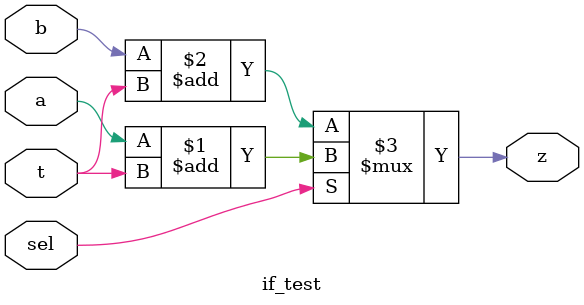
<source format=v>
module if_test (a, b, t, sel, z);

	input a, b, t, sel;
	output z;
	
	assign z = sel ? a+t : b+t;
	
//	always @(*) begin
//		if(sel) begin
//			z = a+t;
//		end
//		else begin
//			z = b+t;
//		end
//	end

//    input a, b, c, d;
//    input [3:0] sel;
//    output reg out;

//    always @(a or b or c or d or e or sel) begin
//        z = e;
//        if(sel[0]) z = a;
//        if(sel[1]) z = b;
//        if(sel[2]) z = c;
//        if(sel[3]) z = d;
//    end
	 
//	 always @(sel or a or b or c or d) begin
//		case(sel)
//			2'b00: out = a;
//			2'b01: out = b;
//			2'b10: out = c;
//			default: out = d;
//		endcase
//	 end
	 
//	 assign out = (sel==2'b00) ? a : (sel==2'b01) ? b : (sel==2'b10) ? c : d;
	 
//	 always @(sel or a or b or c or d) begin
//		if(sel == 2'b00) out = a;
//		else if(sel == 2'b01) out = b;
//		else if(sel == 2'b10) out = c;
//		else out = d;
//	 end
	
//    always @(a or b or c or d or e or sel) begin
//        z = e;
//        if(sel[0]) z = a;
//        else if(sel[1]) z = b;
//        else if(sel[2]) z = c;
//        else if(sel[3]) z = d;
//    end
//


//	input [0:159] image;
//	output [7:0] image_wire;
//	reg [7:0] image_copy [0:3][0:4];
//	
//	genvar i, j;
//	generate
//		for(i=0; i<4; i=i+1) begin: loop1
//			for(j=0; j<5;j =j+1) begin: loop2
//				always @(image[i*8*5+j*8 +: 8]) begin
//					image_copy[i][j] <= image[i*8*5+j*8 +: 8];
//				end
//			end
//		end
//	endgenerate
//	
//	assign image_wire = image_copy[0][0] * image_copy[0][1];

endmodule
</source>
